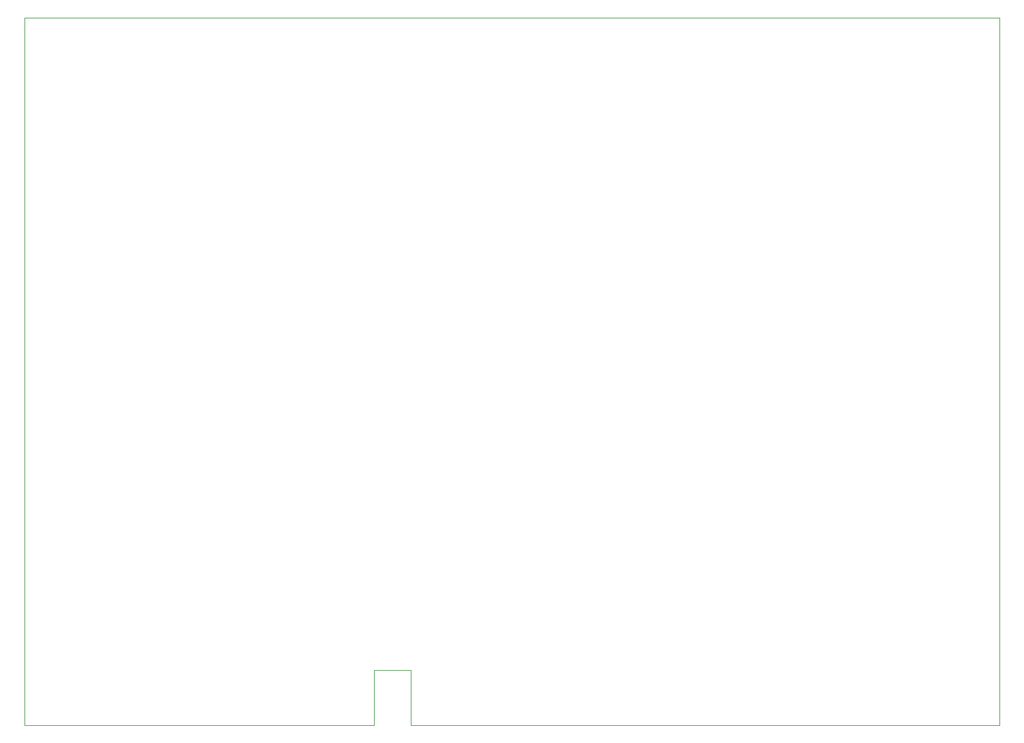
<source format=gbr>
%TF.GenerationSoftware,KiCad,Pcbnew,9.0.6*%
%TF.CreationDate,2026-01-11T16:41:18-07:00*%
%TF.ProjectId,PCRAMXpander,50435241-4d58-4706-916e-6465722e6b69,rev?*%
%TF.SameCoordinates,Original*%
%TF.FileFunction,Profile,NP*%
%FSLAX46Y46*%
G04 Gerber Fmt 4.6, Leading zero omitted, Abs format (unit mm)*
G04 Created by KiCad (PCBNEW 9.0.6) date 2026-01-11 16:41:18*
%MOMM*%
%LPD*%
G01*
G04 APERTURE LIST*
%TA.AperFunction,Profile*%
%ADD10C,0.050000*%
%TD*%
G04 APERTURE END LIST*
D10*
X198120000Y-54610000D02*
X63500000Y-54610000D01*
X67310000Y-152400000D02*
X111760000Y-152400000D01*
X116840000Y-144780000D02*
X116840000Y-152400000D01*
X111760000Y-144780000D02*
X116840000Y-144780000D01*
X198120000Y-54610000D02*
X198120000Y-152400000D01*
X111760000Y-152400000D02*
X111760000Y-144780000D01*
X63500000Y-54610000D02*
X63500000Y-143510000D01*
X63500000Y-152400000D02*
X63500000Y-143510000D01*
X63500000Y-152400000D02*
X67310000Y-152400000D01*
X116840000Y-152400000D02*
X198120000Y-152400000D01*
M02*

</source>
